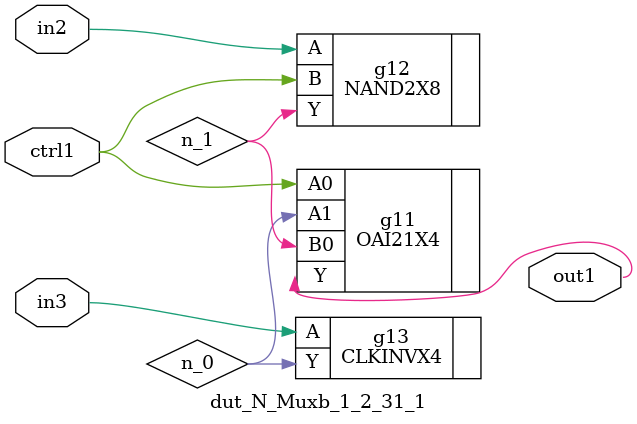
<source format=v>
`timescale 1ps / 1ps


module dut_N_Muxb_1_2_31_1(in3, in2, ctrl1, out1);
  input in3, in2, ctrl1;
  output out1;
  wire in3, in2, ctrl1;
  wire out1;
  wire n_0, n_1;
  OAI21X4 g11(.A0 (ctrl1), .A1 (n_0), .B0 (n_1), .Y (out1));
  NAND2X8 g12(.A (in2), .B (ctrl1), .Y (n_1));
  CLKINVX4 g13(.A (in3), .Y (n_0));
endmodule



</source>
